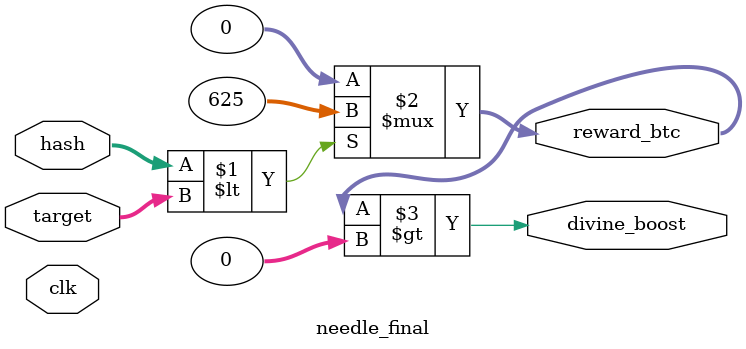
<source format=v>

module needle_final (
    input clk,
    input [255:0] hash,
    input [255:0] target,
    output wire [31:0] reward_btc,
    output wire divine_boost
);

    assign reward_btc = (hash < target) ? 32'd625 : 32'd0; // 6.25 BTC (Simulated)
    assign divine_boost = (reward_btc > 0);

endmodule

</source>
